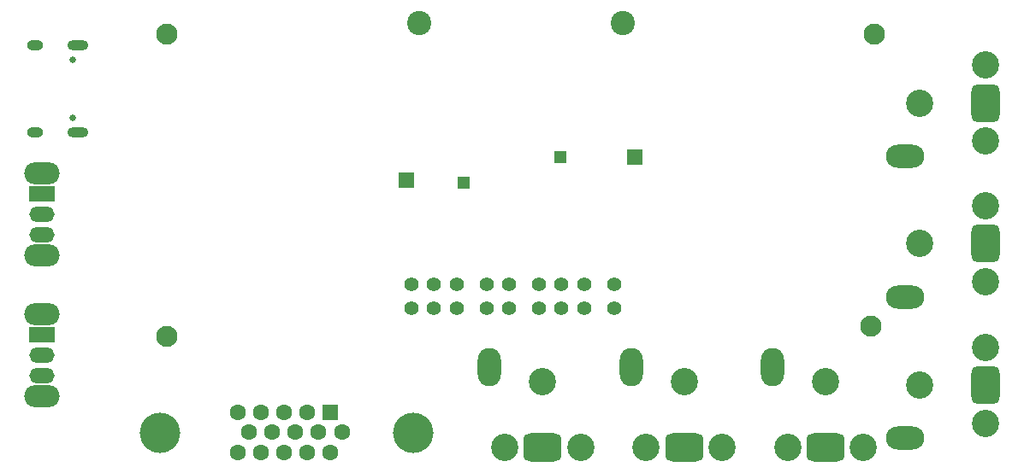
<source format=gbr>
%TF.GenerationSoftware,KiCad,Pcbnew,(6.0.7)*%
%TF.CreationDate,2022-09-12T19:31:41+02:00*%
%TF.ProjectId,Analog2HDMI,416e616c-6f67-4324-9844-4d492e6b6963,rev?*%
%TF.SameCoordinates,Original*%
%TF.FileFunction,Soldermask,Bot*%
%TF.FilePolarity,Negative*%
%FSLAX46Y46*%
G04 Gerber Fmt 4.6, Leading zero omitted, Abs format (unit mm)*
G04 Created by KiCad (PCBNEW (6.0.7)) date 2022-09-12 19:31:41*
%MOMM*%
%LPD*%
G01*
G04 APERTURE LIST*
G04 Aperture macros list*
%AMRoundRect*
0 Rectangle with rounded corners*
0 $1 Rounding radius*
0 $2 $3 $4 $5 $6 $7 $8 $9 X,Y pos of 4 corners*
0 Add a 4 corners polygon primitive as box body*
4,1,4,$2,$3,$4,$5,$6,$7,$8,$9,$2,$3,0*
0 Add four circle primitives for the rounded corners*
1,1,$1+$1,$2,$3*
1,1,$1+$1,$4,$5*
1,1,$1+$1,$6,$7*
1,1,$1+$1,$8,$9*
0 Add four rect primitives between the rounded corners*
20,1,$1+$1,$2,$3,$4,$5,0*
20,1,$1+$1,$4,$5,$6,$7,0*
20,1,$1+$1,$6,$7,$8,$9,0*
20,1,$1+$1,$8,$9,$2,$3,0*%
G04 Aperture macros list end*
%ADD10C,0.650000*%
%ADD11O,2.100000X1.000000*%
%ADD12O,1.600000X1.000000*%
%ADD13O,3.500000X2.200000*%
%ADD14R,2.500000X1.500000*%
%ADD15O,2.500000X1.500000*%
%ADD16C,2.100000*%
%ADD17C,2.700000*%
%ADD18O,3.800000X2.300000*%
%ADD19RoundRect,0.700000X-0.700000X1.200000X-0.700000X-1.200000X0.700000X-1.200000X0.700000X1.200000X0*%
%ADD20O,2.300000X3.800000*%
%ADD21RoundRect,0.700000X1.200000X0.700000X-1.200000X0.700000X-1.200000X-0.700000X1.200000X-0.700000X0*%
%ADD22C,2.400000*%
%ADD23C,1.400000*%
%ADD24R,1.300000X1.300000*%
%ADD25C,4.000000*%
%ADD26R,1.600000X1.600000*%
%ADD27C,1.600000*%
%ADD28R,1.500000X1.500000*%
G04 APERTURE END LIST*
D10*
%TO.C,J1*%
X105610000Y-57545000D03*
X105610000Y-63325000D03*
D11*
X106140000Y-56115000D03*
X106140000Y-64755000D03*
D12*
X101960000Y-56115000D03*
X101960000Y-64755000D03*
%TD*%
D13*
%TO.C,SW1*%
X102616000Y-76966000D03*
X102616000Y-68766000D03*
D14*
X102616000Y-70866000D03*
D15*
X102616000Y-72866000D03*
X102616000Y-74866000D03*
%TD*%
D13*
%TO.C,SW2*%
X102616000Y-90936000D03*
X102616000Y-82736000D03*
D14*
X102616000Y-84836000D03*
D15*
X102616000Y-86836000D03*
X102616000Y-88836000D03*
%TD*%
D16*
%TO.C,H4*%
X184661249Y-83979228D03*
%TD*%
%TO.C,H3*%
X185000000Y-55000000D03*
%TD*%
D17*
%TO.C,J6*%
X189500000Y-75785000D03*
X196000000Y-72035000D03*
X196000000Y-79535000D03*
D18*
X188000000Y-81035000D03*
D19*
X196000000Y-75785000D03*
%TD*%
D17*
%TO.C,J8*%
X196000000Y-65580000D03*
X189500000Y-61830000D03*
X196000000Y-58080000D03*
D18*
X188000000Y-67080000D03*
D19*
X196000000Y-61830000D03*
%TD*%
D17*
%TO.C,J7*%
X189500000Y-89830000D03*
X196000000Y-93580000D03*
X196000000Y-86080000D03*
D18*
X188000000Y-95080000D03*
D19*
X196000000Y-89830000D03*
%TD*%
D16*
%TO.C,H1*%
X115000000Y-55000000D03*
%TD*%
%TO.C,H2*%
X115000000Y-85000000D03*
%TD*%
D17*
%TO.C,J5*%
X180170000Y-89500000D03*
X176420000Y-96000000D03*
X183920000Y-96000000D03*
D20*
X174920000Y-88000000D03*
D21*
X180170000Y-96000000D03*
%TD*%
D17*
%TO.C,J3*%
X155920000Y-96000000D03*
X152170000Y-89500000D03*
X148420000Y-96000000D03*
D20*
X146920000Y-88000000D03*
D21*
X152170000Y-96000000D03*
%TD*%
D22*
%TO.C,U1*%
X160075000Y-53885000D03*
X139925000Y-53885000D03*
D23*
X139195000Y-79825000D03*
X141415000Y-79825000D03*
X143635000Y-79825000D03*
X146615000Y-79825000D03*
X148835000Y-79825000D03*
X151815000Y-79825000D03*
X154035000Y-79825000D03*
X156255000Y-79825000D03*
X159235000Y-79825000D03*
X159235000Y-82215000D03*
X156255000Y-82215000D03*
X141415000Y-82215000D03*
X143635000Y-82215000D03*
X148835000Y-82215000D03*
X154035000Y-82215000D03*
X139195000Y-82215000D03*
X146615000Y-82215000D03*
X151815000Y-82215000D03*
D24*
X153925000Y-67165000D03*
X144350000Y-69710000D03*
%TD*%
D25*
%TO.C,J2*%
X139318950Y-94549005D03*
X114318950Y-94549005D03*
D26*
X131133950Y-92499005D03*
D27*
X128843950Y-92499005D03*
X126553950Y-92499005D03*
X124263950Y-92499005D03*
X121973950Y-92499005D03*
X132278950Y-94479005D03*
X129988950Y-94479005D03*
X127698950Y-94479005D03*
X125408950Y-94479005D03*
X123118950Y-94479005D03*
X131133950Y-96459005D03*
X128843950Y-96459005D03*
X126553950Y-96459005D03*
X124263950Y-96459005D03*
X121973950Y-96459005D03*
%TD*%
D17*
%TO.C,J4*%
X162411249Y-96000000D03*
X166161249Y-89500000D03*
X169911249Y-96000000D03*
D20*
X160911249Y-88000000D03*
D21*
X166161249Y-96000000D03*
%TD*%
D28*
%TO.C,J9*%
X138684000Y-69500000D03*
%TD*%
%TO.C,J10*%
X161290000Y-67229228D03*
%TD*%
M02*

</source>
